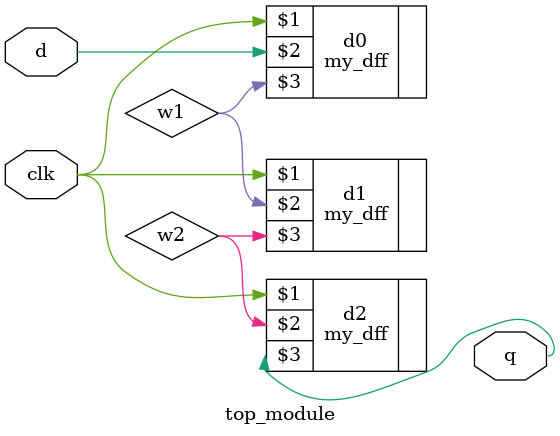
<source format=v>
module top_module ( input clk, input d, output q );
    wire w1, w2;
    
    // make three instances and connect ports by position
    my_dff d0(clk, d, w1);
    my_dff d1(clk, w1, w2);
    my_dff d2(clk, w2, q);
endmodule

</source>
